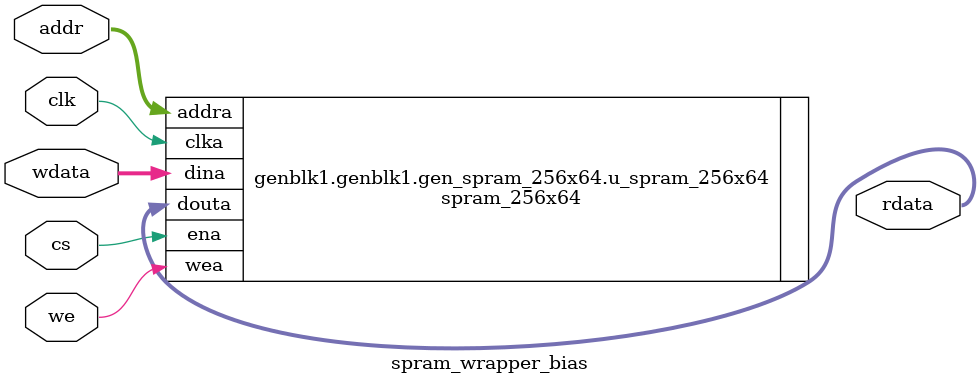
<source format=v>

`define FPGA 1
module spram_wrapper_bias (
	clk,					// clock 
	addr,					// input address 
	we,						// input write enable
	cs,						// input chip-select 
	wdata,					// input write data
	rdata					// output read-out data
);

//------------------------------------------------------------------------+
// Declare parameters
//------------------------------------------------------------------------+
// output parameters
parameter DW = 64;			// data bit-width per word
parameter AW = 8;			// address bit-width
parameter DEPTH = 256;		// depth, word length
parameter N_DELAY = 1;

//------------------------------------------------------------------------+
// Declare Input & Output signals
//------------------------------------------------------------------------+
// clock and reset
input							clk;
// input SRAM signals
input [AW-1			:	0]		addr;	// input address 
input							we;		// input write enable
input							cs;		// input chip-select 
input [DW-1			:	0]		wdata;	// input write data
// output SRAM signal
output [DW-1		:	0]		rdata;	// output read-out data

//------------------------------------------------------------------------+
// Declare internal signals
//------------------------------------------------------------------------+
reg	[DW-1			:	0]		rdata_o;


`ifdef FPGA
	//------------------------------------------------------------------------+
	// Implement generate block ram
	//------------------------------------------------------------------------+
	generate
		if((DEPTH == 512) && (DW == 72)) begin: gen_spram_512x72
			spram_512x72 u_spram_512x72( 
				// write
				.clka(clk),
				.ena(cs),
				.wea(we),
				.addra(addr),
				.dina(wdata),
				// read-out
				.douta(rdata)
			 );
		end
		else if((DEPTH == 832) && (DW == 32)) begin: gen_spram_832x32
			spram_832x32 u_spram_832x32( 
				// write
				.clka(clk),
				.ena(cs),
				.wea(we),
				.addra(addr),
				.dina(wdata),
				// read-out
				.douta(rdata)
			 );
		end
		else if((DEPTH == 256) && (DW == 64)) begin: gen_spram_256x64
			spram_256x64 u_spram_256x64( 
				// write
				.clka(clk),
				.ena(cs),
				.wea(we),
				.addra(addr),
				.dina(wdata),
				// read-out
				.douta(rdata)
			 );
		end
		else if((DEPTH == 208) && (DW == 256)) begin: gen_spram_208x256
			spram_208x256 u_spram_208x256( 
				// write
				.clka(clk),
				.ena(cs),
				.wea(we),
				.addra(addr),
				.dina(wdata),
				// read-out
				.douta(rdata)
			 );
		end
		else if((DEPTH == 16) && (DW == 16)) begin: gen_spram_16x16
			spram_16x16_bias u_spram_16x16( 
				// write
				.clka(clk),
				.ena(cs),
				.wea(we),
				.addra(addr),
				.dina(wdata),
				// read-out
				.douta(rdata)
			 );
		end
	endgenerate

`else 
	//------------------------------------------------------------------------+
	// Memory modeling
	//------------------------------------------------------------------------+
	reg [DW-1			:	0]		mem[0:DEPTH-1];	// Memory cell
	// Write
	always @(posedge clk) begin
		if(cs && we)			mem[addr] <= wdata;
	end
	// Read
	generate
	   if(N_DELAY == 1) begin: gen_delay_1
		  always @(posedge clk)
			 if (cs && !(|we)) rdata_o <= mem[addr];

		  assign rdata = rdata_o;
	   end
	   else begin: gen_delay_n
		  reg [N_DELAY*DW-1:0] rdata_r;

		  always @(posedge clk)
			 if (cs && !(|we)) rdata_r[0*DW+:DW] <= mem[addr];

		  always @(posedge clk) begin: delay
			 integer i;
			 for(i = 0; i < N_DELAY-1; i = i+1)
				if(cs && !(|we))
				   rdata_r[(i+1)*DW+:DW] <= rdata_r[i*DW+:DW];
		  end
		  assign rdata = rdata_r[(N_DELAY-1)*DW+:DW];
	   end
	endgenerate

`endif


endmodule





</source>
